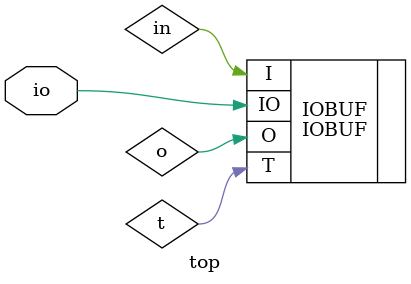
<source format=v>
module top(inout io);
    wire in;
    wire t;
    wire o;

    IOBUF IOBUF(
      .I(in),
      .T(t),
      .IO(io),
      .O(o)
    );
endmodule

</source>
